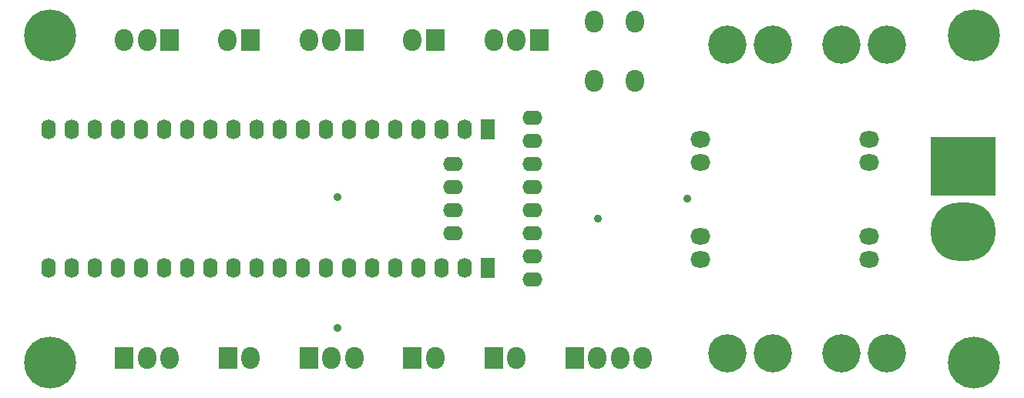
<source format=gbr>
%TF.GenerationSoftware,Altium Limited,Altium Designer,23.6.0 (18)*%
G04 Layer_Color=8388736*
%FSLAX45Y45*%
%MOMM*%
%TF.SameCoordinates,8109348C-C8A1-492E-8D21-29312D9C8BDA*%
%TF.FilePolarity,Negative*%
%TF.FileFunction,Soldermask,Top*%
%TF.Part,Single*%
G01*
G75*
%TA.AperFunction,ViaPad*%
%ADD53C,5.70320*%
%TA.AperFunction,ComponentPad*%
%ADD54O,2.00320X2.40320*%
%ADD55O,2.00320X2.40320*%
%ADD56C,4.20320*%
%ADD57R,7.20320X6.40320*%
%ADD58O,7.20320X6.40320*%
%ADD59R,2.00320X2.40320*%
%ADD60O,2.20320X1.60320*%
%ADD61O,2.20320X1.80320*%
%ADD62O,1.60320X2.20320*%
%ADD63R,1.60320X2.20320*%
%TA.AperFunction,ViaPad*%
%ADD64C,0.90320*%
D53*
X10450000Y300000D02*
D03*
Y3900000D02*
D03*
X300000D02*
D03*
Y300000D02*
D03*
D54*
X6272500Y4050000D02*
D03*
X6722500Y4050000D02*
D03*
X6272500Y3400000D02*
D03*
X6722500D02*
D03*
D55*
X2248512Y3850000D02*
D03*
X4530512Y349999D02*
D03*
X2500512D02*
D03*
X4278512Y3850000D02*
D03*
X5420512Y349999D02*
D03*
X6560512D02*
D03*
X6810512D02*
D03*
X6310512D02*
D03*
X3390512Y3850000D02*
D03*
X3140512D02*
D03*
X1360100D02*
D03*
X1110100D02*
D03*
X5420512D02*
D03*
X5170512D02*
D03*
X3390512Y349999D02*
D03*
X3640512D02*
D03*
X1360100D02*
D03*
X1610100D02*
D03*
D56*
X9495000Y3800000D02*
D03*
X8995000D02*
D03*
X8240000D02*
D03*
X7740000D02*
D03*
Y400000D02*
D03*
X8240000D02*
D03*
X8995000D02*
D03*
X9495000D02*
D03*
D57*
X10330000Y2460000D02*
D03*
D58*
Y1740000D02*
D03*
D59*
X2250512Y349999D02*
D03*
X6060512D02*
D03*
X4528512Y3850000D02*
D03*
X3640512D02*
D03*
X2498512D02*
D03*
X1610100D02*
D03*
X5670512D02*
D03*
X3140512Y349999D02*
D03*
X4280512D02*
D03*
X1110100D02*
D03*
X5170512D02*
D03*
D60*
X5600000Y2989000D02*
D03*
Y2735000D02*
D03*
Y2481000D02*
D03*
Y2227000D02*
D03*
Y1973000D02*
D03*
Y1719000D02*
D03*
Y1465000D02*
D03*
Y1211000D02*
D03*
X4724400Y1973000D02*
D03*
Y1719000D02*
D03*
Y2227000D02*
D03*
Y2481000D02*
D03*
D61*
X9296800Y2759300D02*
D03*
Y1438500D02*
D03*
Y2505300D02*
D03*
X7442600Y1438500D02*
D03*
Y1692500D02*
D03*
X9296800D02*
D03*
X7442600Y2759300D02*
D03*
Y2505300D02*
D03*
D62*
X787400Y1338000D02*
D03*
X279400D02*
D03*
X533400D02*
D03*
X1295400D02*
D03*
X1041400D02*
D03*
X1803400D02*
D03*
X2057400D02*
D03*
X2819400D02*
D03*
X2311400D02*
D03*
X2565400D02*
D03*
X1549400D02*
D03*
X533400Y2862000D02*
D03*
X279400D02*
D03*
X787400D02*
D03*
X1549400D02*
D03*
X1041400D02*
D03*
X1295400D02*
D03*
X1803400D02*
D03*
X2565400D02*
D03*
X2057400D02*
D03*
X2311400D02*
D03*
X3327400Y1338000D02*
D03*
X3073400D02*
D03*
X4089400D02*
D03*
X3581400D02*
D03*
X3835400D02*
D03*
X4597400D02*
D03*
X4343400D02*
D03*
X4851400D02*
D03*
X3327400Y2862000D02*
D03*
X2819400D02*
D03*
X3073400D02*
D03*
X4089400D02*
D03*
X3581400D02*
D03*
X3835400D02*
D03*
X4343400D02*
D03*
X4597400D02*
D03*
X4851400D02*
D03*
D63*
X5105400Y1338000D02*
D03*
Y2862000D02*
D03*
D64*
X3455000Y2120000D02*
D03*
Y685000D02*
D03*
X6317500Y1882500D02*
D03*
X7300000Y2100000D02*
D03*
%TF.MD5,515991bdfcee156fff9cdad16a0f0fbd*%
M02*

</source>
